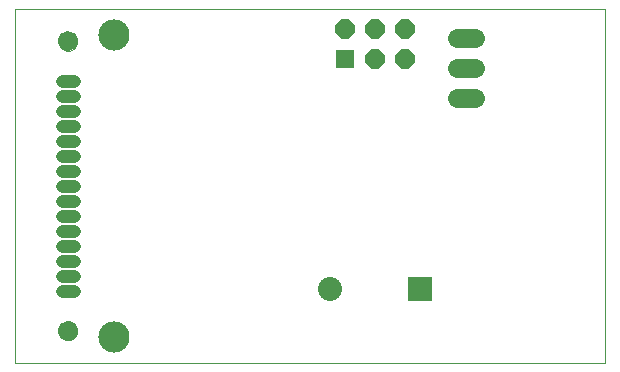
<source format=gbs>
G75*
G70*
%OFA0B0*%
%FSLAX24Y24*%
%IPPOS*%
%LPD*%
%AMOC8*
5,1,8,0,0,1.08239X$1,22.5*
%
%ADD10C,0.0000*%
%ADD11R,0.0640X0.0640*%
%ADD12OC8,0.0640*%
%ADD13C,0.1040*%
%ADD14C,0.0436*%
%ADD15C,0.0670*%
%ADD16R,0.0800X0.0800*%
%ADD17C,0.0800*%
%ADD18C,0.0640*%
D10*
X000111Y000141D02*
X000111Y011952D01*
X019796Y011952D01*
X019796Y000141D01*
X000111Y000141D01*
X001568Y001224D02*
X001570Y001259D01*
X001576Y001294D01*
X001586Y001328D01*
X001599Y001361D01*
X001616Y001392D01*
X001637Y001420D01*
X001660Y001447D01*
X001687Y001470D01*
X001715Y001491D01*
X001746Y001508D01*
X001779Y001521D01*
X001813Y001531D01*
X001848Y001537D01*
X001883Y001539D01*
X001918Y001537D01*
X001953Y001531D01*
X001987Y001521D01*
X002020Y001508D01*
X002051Y001491D01*
X002079Y001470D01*
X002106Y001447D01*
X002129Y001420D01*
X002150Y001392D01*
X002167Y001361D01*
X002180Y001328D01*
X002190Y001294D01*
X002196Y001259D01*
X002198Y001224D01*
X002196Y001189D01*
X002190Y001154D01*
X002180Y001120D01*
X002167Y001087D01*
X002150Y001056D01*
X002129Y001028D01*
X002106Y001001D01*
X002079Y000978D01*
X002051Y000957D01*
X002020Y000940D01*
X001987Y000927D01*
X001953Y000917D01*
X001918Y000911D01*
X001883Y000909D01*
X001848Y000911D01*
X001813Y000917D01*
X001779Y000927D01*
X001746Y000940D01*
X001715Y000957D01*
X001687Y000978D01*
X001660Y001001D01*
X001637Y001028D01*
X001616Y001056D01*
X001599Y001087D01*
X001586Y001120D01*
X001576Y001154D01*
X001570Y001189D01*
X001568Y001224D01*
X001568Y010869D02*
X001570Y010904D01*
X001576Y010939D01*
X001586Y010973D01*
X001599Y011006D01*
X001616Y011037D01*
X001637Y011065D01*
X001660Y011092D01*
X001687Y011115D01*
X001715Y011136D01*
X001746Y011153D01*
X001779Y011166D01*
X001813Y011176D01*
X001848Y011182D01*
X001883Y011184D01*
X001918Y011182D01*
X001953Y011176D01*
X001987Y011166D01*
X002020Y011153D01*
X002051Y011136D01*
X002079Y011115D01*
X002106Y011092D01*
X002129Y011065D01*
X002150Y011037D01*
X002167Y011006D01*
X002180Y010973D01*
X002190Y010939D01*
X002196Y010904D01*
X002198Y010869D01*
X002196Y010834D01*
X002190Y010799D01*
X002180Y010765D01*
X002167Y010732D01*
X002150Y010701D01*
X002129Y010673D01*
X002106Y010646D01*
X002079Y010623D01*
X002051Y010602D01*
X002020Y010585D01*
X001987Y010572D01*
X001953Y010562D01*
X001918Y010556D01*
X001883Y010554D01*
X001848Y010556D01*
X001813Y010562D01*
X001779Y010572D01*
X001746Y010585D01*
X001715Y010602D01*
X001687Y010623D01*
X001660Y010646D01*
X001637Y010673D01*
X001616Y010701D01*
X001599Y010732D01*
X001586Y010765D01*
X001576Y010799D01*
X001570Y010834D01*
X001568Y010869D01*
D11*
X011119Y010271D03*
D12*
X012119Y010271D03*
X013119Y010271D03*
X013119Y011271D03*
X012119Y011271D03*
X011119Y011271D03*
D13*
X003418Y011072D03*
X003418Y001021D03*
D14*
X002081Y002547D02*
X001684Y002547D01*
X001684Y003047D02*
X002081Y003047D01*
X002081Y003547D02*
X001684Y003547D01*
X001684Y004047D02*
X002081Y004047D01*
X002081Y004547D02*
X001684Y004547D01*
X001684Y005047D02*
X002081Y005047D01*
X002081Y005547D02*
X001684Y005547D01*
X001684Y006047D02*
X002081Y006047D01*
X002081Y006547D02*
X001684Y006547D01*
X001684Y007047D02*
X002081Y007047D01*
X002081Y007547D02*
X001684Y007547D01*
X001684Y008047D02*
X002081Y008047D01*
X002081Y008547D02*
X001684Y008547D01*
X001684Y009047D02*
X002081Y009047D01*
X002081Y009547D02*
X001684Y009547D01*
D15*
X001883Y010869D03*
X001883Y001224D03*
D16*
X013615Y002602D03*
D17*
X010623Y002602D03*
D18*
X014846Y008984D02*
X015446Y008984D01*
X015446Y009984D02*
X014846Y009984D01*
X014846Y010984D02*
X015446Y010984D01*
M02*

</source>
